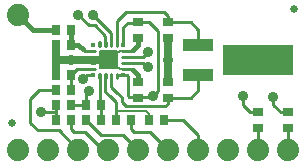
<source format=gbr>
G04 EAGLE Gerber RS-274X export*
G75*
%MOMM*%
%FSLAX34Y34*%
%LPD*%
%INTop Copper*%
%IPPOS*%
%AMOC8*
5,1,8,0,0,1.08239X$1,22.5*%
G01*
%ADD10R,0.340000X0.340000*%
%ADD11C,0.266000*%
%ADD12C,0.160000*%
%ADD13R,2.500000X1.000000*%
%ADD14R,6.000000X2.500000*%
%ADD15R,0.900000X0.700000*%
%ADD16R,0.700000X0.900000*%
%ADD17C,1.879600*%
%ADD18C,0.635000*%
%ADD19C,0.889000*%
%ADD20C,0.254000*%
%ADD21C,0.406400*%
%ADD22C,0.711200*%
%ADD23C,0.203200*%


D10*
X76150Y101550D03*
D11*
X73830Y96470D02*
X73830Y96330D01*
X73830Y96470D02*
X77270Y96470D01*
X77270Y96330D01*
X73830Y96330D01*
X73830Y91470D02*
X73830Y91330D01*
X73830Y91470D02*
X77270Y91470D01*
X77270Y91330D01*
X73830Y91330D01*
X73830Y86470D02*
X73830Y86330D01*
X73830Y86470D02*
X77270Y86470D01*
X77270Y86330D01*
X73830Y86330D01*
X73830Y81470D02*
X73830Y81330D01*
X73830Y81470D02*
X77270Y81470D01*
X77270Y81330D01*
X73830Y81330D01*
D10*
X76250Y76250D03*
D11*
X81330Y77270D02*
X81470Y77270D01*
X81470Y73830D01*
X81330Y73830D01*
X81330Y77270D01*
X81330Y76357D02*
X81470Y76357D01*
X86330Y77270D02*
X86470Y77270D01*
X86470Y73830D01*
X86330Y73830D01*
X86330Y77270D01*
X86330Y76357D02*
X86470Y76357D01*
X91330Y77270D02*
X91470Y77270D01*
X91470Y73830D01*
X91330Y73830D01*
X91330Y77270D01*
X91330Y76357D02*
X91470Y76357D01*
X96330Y77270D02*
X96470Y77270D01*
X96470Y73830D01*
X96330Y73830D01*
X96330Y77270D01*
X96330Y76357D02*
X96470Y76357D01*
D10*
X101550Y76250D03*
D11*
X103970Y81330D02*
X103970Y81470D01*
X103970Y81330D02*
X100530Y81330D01*
X100530Y81470D01*
X103970Y81470D01*
X103970Y86330D02*
X103970Y86470D01*
X103970Y86330D02*
X100530Y86330D01*
X100530Y86470D01*
X103970Y86470D01*
X103970Y91330D02*
X103970Y91470D01*
X103970Y91330D02*
X100530Y91330D01*
X100530Y91470D01*
X103970Y91470D01*
X103970Y96330D02*
X103970Y96470D01*
X103970Y96330D02*
X100530Y96330D01*
X100530Y96470D01*
X103970Y96470D01*
D10*
X101550Y101550D03*
D11*
X96470Y100530D02*
X96330Y100530D01*
X96330Y103970D01*
X96470Y103970D01*
X96470Y100530D01*
X96470Y103057D02*
X96330Y103057D01*
X91470Y100530D02*
X91330Y100530D01*
X91330Y103970D01*
X91470Y103970D01*
X91470Y100530D01*
X91470Y103057D02*
X91330Y103057D01*
X86470Y100530D02*
X86330Y100530D01*
X86330Y103970D01*
X86470Y103970D01*
X86470Y100530D01*
X86470Y103057D02*
X86330Y103057D01*
X81470Y100530D02*
X81330Y100530D01*
X81330Y103970D01*
X81470Y103970D01*
X81470Y100530D01*
X81470Y103057D02*
X81330Y103057D01*
D12*
X81700Y81700D02*
X96100Y81700D01*
X81700Y81700D02*
X81700Y96100D01*
X96100Y96100D01*
X96100Y81700D01*
X96100Y83220D02*
X81700Y83220D01*
X81700Y84740D02*
X96100Y84740D01*
X96100Y86260D02*
X81700Y86260D01*
X81700Y87780D02*
X96100Y87780D01*
X96100Y89300D02*
X81700Y89300D01*
X81700Y90820D02*
X96100Y90820D01*
X96100Y92340D02*
X81700Y92340D01*
X81700Y93860D02*
X96100Y93860D01*
X96100Y95380D02*
X81700Y95380D01*
D13*
X165100Y101600D03*
X165100Y76200D03*
D14*
X215900Y88900D03*
D15*
X114300Y120800D03*
X114300Y107800D03*
X114300Y57000D03*
X114300Y70000D03*
X139700Y107800D03*
X139700Y120800D03*
X139700Y70000D03*
X139700Y57000D03*
D16*
X57300Y101600D03*
X44300Y101600D03*
X57300Y76200D03*
X44300Y76200D03*
X44300Y50800D03*
X57300Y50800D03*
X82700Y50800D03*
X69700Y50800D03*
X123200Y38100D03*
X136200Y38100D03*
X95100Y38100D03*
X108100Y38100D03*
X82700Y38100D03*
X69700Y38100D03*
X44300Y38100D03*
X57300Y38100D03*
X57300Y63500D03*
X44300Y63500D03*
X44300Y114300D03*
X57300Y114300D03*
D15*
X241300Y44600D03*
X241300Y31600D03*
X215900Y44600D03*
X215900Y31600D03*
D17*
X12700Y127000D03*
X12700Y12700D03*
X38100Y12700D03*
X63500Y12700D03*
X88900Y12700D03*
X114300Y12700D03*
X139700Y12700D03*
X165100Y12700D03*
X190500Y12700D03*
X215900Y12700D03*
X241300Y12700D03*
D18*
X7620Y35560D03*
X246380Y132080D03*
D19*
X139700Y88900D03*
D20*
X109100Y96400D02*
X102250Y96400D01*
D21*
X114300Y101600D02*
X114300Y107800D01*
X114300Y76200D02*
X114300Y70000D01*
D20*
X91440Y88900D02*
X88900Y88900D01*
X102250Y81400D02*
X109100Y81400D01*
D22*
X139700Y88900D02*
X139700Y70000D01*
X139700Y88900D02*
X139700Y107800D01*
D19*
X57150Y88900D03*
D22*
X44300Y88900D02*
X44300Y101600D01*
X44300Y88900D02*
X44300Y76350D01*
D20*
X44450Y76200D01*
D22*
X44300Y88900D02*
X57150Y88900D01*
D20*
X75550Y91400D02*
X75550Y86400D01*
D22*
X73050Y88900D02*
X57150Y88900D01*
D20*
X73050Y88900D02*
X73148Y88902D01*
X73246Y88908D01*
X73344Y88917D01*
X73441Y88931D01*
X73538Y88948D01*
X73634Y88969D01*
X73729Y88994D01*
X73823Y89022D01*
X73915Y89055D01*
X74007Y89090D01*
X74097Y89130D01*
X74185Y89172D01*
X74272Y89219D01*
X74356Y89268D01*
X74439Y89321D01*
X74519Y89377D01*
X74598Y89437D01*
X74674Y89499D01*
X74747Y89564D01*
X74818Y89632D01*
X74886Y89703D01*
X74951Y89776D01*
X75013Y89852D01*
X75073Y89931D01*
X75129Y90011D01*
X75182Y90094D01*
X75231Y90178D01*
X75278Y90265D01*
X75320Y90353D01*
X75360Y90443D01*
X75395Y90535D01*
X75428Y90627D01*
X75456Y90721D01*
X75481Y90816D01*
X75502Y90912D01*
X75519Y91009D01*
X75533Y91106D01*
X75542Y91204D01*
X75548Y91302D01*
X75550Y91400D01*
X86400Y86400D02*
X86498Y86402D01*
X86596Y86408D01*
X86694Y86417D01*
X86791Y86431D01*
X86888Y86448D01*
X86984Y86469D01*
X87079Y86494D01*
X87173Y86522D01*
X87265Y86555D01*
X87357Y86590D01*
X87447Y86630D01*
X87535Y86672D01*
X87622Y86719D01*
X87706Y86768D01*
X87789Y86821D01*
X87869Y86877D01*
X87948Y86937D01*
X88024Y86999D01*
X88097Y87064D01*
X88168Y87132D01*
X88236Y87203D01*
X88301Y87276D01*
X88363Y87352D01*
X88423Y87431D01*
X88479Y87511D01*
X88532Y87594D01*
X88581Y87678D01*
X88628Y87765D01*
X88670Y87853D01*
X88710Y87943D01*
X88745Y88035D01*
X88778Y88127D01*
X88806Y88221D01*
X88831Y88316D01*
X88852Y88412D01*
X88869Y88509D01*
X88883Y88606D01*
X88892Y88704D01*
X88898Y88802D01*
X88900Y88900D01*
D23*
X98940Y96400D02*
X102250Y96400D01*
X98940Y96400D02*
X94488Y92710D01*
X98686Y81400D02*
X102250Y81400D01*
X98686Y81400D02*
X95250Y84074D01*
X94488Y92710D02*
X92710Y92710D01*
X88900Y88900D01*
X93726Y84074D02*
X95250Y84074D01*
X93726Y84074D02*
X88900Y88900D01*
X75550Y88758D02*
X75550Y86400D01*
X75550Y88758D02*
X75692Y88900D01*
D22*
X88900Y88900D01*
D23*
X88646Y88900D01*
X86360Y86614D01*
X86614Y86614D01*
X88900Y88900D01*
D22*
X44450Y76200D02*
X44300Y76200D01*
D20*
X109100Y81400D02*
X109354Y81400D01*
X109982Y80772D01*
X109100Y96400D02*
X109728Y97028D01*
D21*
X114300Y101600D01*
X114300Y76454D02*
X114300Y76200D01*
X114300Y76454D02*
X109982Y80772D01*
D20*
X139700Y57000D02*
X139700Y52070D01*
X138430Y50800D01*
X91400Y71160D02*
X91400Y75550D01*
X100330Y53340D02*
X104140Y50038D01*
X137160Y50038D01*
X138430Y50800D01*
X139700Y57000D02*
X158600Y57000D01*
X165100Y63500D01*
X165100Y76200D01*
X91400Y71160D02*
X91400Y66080D01*
X96520Y60960D01*
X100330Y57150D02*
X100330Y53340D01*
X100330Y57150D02*
X96520Y60960D01*
X96400Y102250D02*
X96400Y121800D01*
X104140Y129540D01*
X135890Y129540D01*
X139065Y126365D01*
X139700Y125730D01*
X139700Y120800D01*
X139700Y125730D02*
X139065Y126365D01*
X139700Y120800D02*
X158600Y120800D01*
X165100Y114300D01*
X165100Y101600D01*
X57300Y76200D02*
X57300Y63500D01*
X62500Y81400D02*
X75550Y81400D01*
X62500Y81400D02*
X57300Y76200D01*
D19*
X67310Y72390D03*
X31750Y44450D03*
D20*
X44300Y38100D02*
X44300Y50800D01*
X44300Y44450D02*
X44300Y38100D01*
X44300Y44450D02*
X31750Y44450D01*
X71170Y76250D02*
X76250Y76250D01*
X71170Y76250D02*
X67310Y72390D01*
X81400Y75550D02*
X81400Y53220D01*
X82550Y52070D01*
X82700Y50800D02*
X82700Y38100D01*
X82700Y50800D02*
X82700Y51920D01*
X82550Y52070D01*
X86400Y62190D02*
X86400Y75550D01*
X86400Y62190D02*
X90170Y58420D01*
D23*
X123200Y43170D02*
X123200Y38100D01*
X123200Y43170D02*
X120650Y45720D01*
X96520Y45720D01*
D20*
X95250Y38250D02*
X95100Y38100D01*
X95250Y38250D02*
X95250Y45720D01*
X95250Y53340D01*
X90170Y58420D01*
D23*
X95250Y45720D02*
X96520Y45720D01*
D19*
X122428Y95250D03*
D20*
X118578Y91400D02*
X102250Y91400D01*
X118578Y91400D02*
X122428Y95250D01*
D19*
X228600Y57404D03*
D20*
X234800Y44600D02*
X241300Y44600D01*
X234800Y44600D02*
X228600Y50800D01*
X228600Y57404D01*
D19*
X122428Y82550D03*
D20*
X118578Y86400D02*
X102250Y86400D01*
X118578Y86400D02*
X122428Y82550D01*
X215900Y45212D02*
X215900Y44600D01*
X215900Y45212D02*
X216154Y45212D01*
X215900Y45212D02*
X208788Y45212D01*
X203200Y50800D01*
X203200Y58166D01*
X203200Y58420D01*
X203200Y58166D01*
D19*
X203200Y58420D03*
D20*
X63500Y12700D02*
X46990Y29210D01*
X29210Y29210D01*
X22860Y35560D01*
X22860Y55880D01*
X30480Y63500D01*
X44300Y63500D01*
X84582Y12700D02*
X88900Y12700D01*
X84582Y12700D02*
X69088Y28194D01*
X59690Y28194D01*
X57404Y30480D01*
X57300Y30584D02*
X57300Y38100D01*
X57300Y30584D02*
X57404Y30480D01*
X101600Y25400D02*
X114300Y12700D01*
X101600Y25400D02*
X82400Y25400D01*
X69700Y38100D01*
X108100Y38100D02*
X108100Y30330D01*
X110490Y27940D01*
X124460Y27940D01*
X139700Y12700D01*
D19*
X63246Y126746D03*
D20*
X86400Y109180D02*
X86400Y102250D01*
X86400Y109180D02*
X77470Y118110D01*
X72390Y118110D01*
X63246Y126746D01*
D19*
X76200Y126746D03*
D20*
X91400Y111800D02*
X91400Y102250D01*
X91400Y111800D02*
X76200Y126746D01*
D19*
X127000Y58420D03*
D20*
X114450Y120650D02*
X114300Y120800D01*
X114300Y57150D02*
X113030Y57150D01*
X114300Y57150D02*
X114300Y57000D01*
X165100Y25400D02*
X165100Y12700D01*
X165100Y25400D02*
X152400Y38100D01*
X136200Y38100D01*
D19*
X72390Y62230D03*
D20*
X69700Y50800D02*
X57300Y50800D01*
X69700Y50800D02*
X69700Y59540D01*
X72390Y62230D01*
X101550Y101550D02*
X101550Y116536D01*
X105410Y120396D01*
X114554Y120396D01*
X114554Y120546D01*
X114300Y120800D01*
X101550Y76250D02*
X101600Y76200D01*
X106426Y57150D02*
X114450Y57150D01*
X106426Y57150D02*
X105410Y58166D01*
X105410Y68072D01*
X105410Y68834D01*
X114450Y57150D02*
X125730Y57150D01*
X114450Y57150D02*
X114300Y57000D01*
X101550Y76250D02*
X97100Y76250D01*
X96400Y75550D01*
X101550Y76250D02*
X104344Y76250D01*
X105410Y75184D01*
X105410Y68072D01*
X127000Y58420D02*
X129540Y60960D01*
X130810Y62230D01*
X130810Y113030D01*
X123190Y120650D01*
X115570Y120650D01*
X114450Y120650D01*
X114300Y120800D01*
X127000Y58420D02*
X125730Y57150D01*
X241300Y31600D02*
X241300Y12700D01*
X215900Y12700D02*
X215900Y31600D01*
D21*
X44300Y114300D02*
X25400Y114300D01*
X12700Y127000D01*
X57300Y114300D02*
X57300Y101600D01*
D20*
X68700Y96400D02*
X75550Y96400D01*
D21*
X63500Y101600D02*
X57300Y101600D01*
D20*
X67310Y97790D02*
X68700Y96400D01*
D21*
X67310Y97790D02*
X63500Y101600D01*
M02*

</source>
